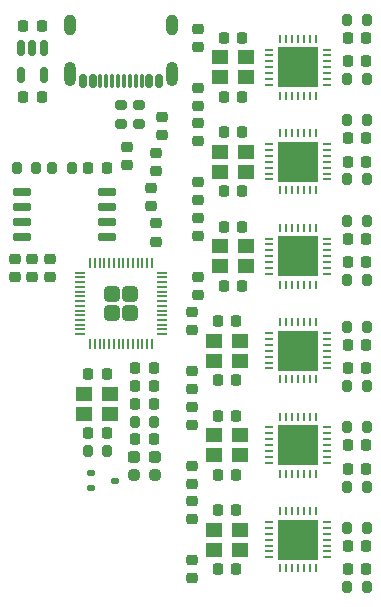
<source format=gbr>
%TF.GenerationSoftware,KiCad,Pcbnew,8.0.8*%
%TF.CreationDate,2025-01-26T16:03:16-05:00*%
%TF.ProjectId,CAN Board,43414e20-426f-4617-9264-2e6b69636164,rev?*%
%TF.SameCoordinates,Original*%
%TF.FileFunction,Paste,Top*%
%TF.FilePolarity,Positive*%
%FSLAX46Y46*%
G04 Gerber Fmt 4.6, Leading zero omitted, Abs format (unit mm)*
G04 Created by KiCad (PCBNEW 8.0.8) date 2025-01-26 16:03:16*
%MOMM*%
%LPD*%
G01*
G04 APERTURE LIST*
G04 Aperture macros list*
%AMRoundRect*
0 Rectangle with rounded corners*
0 $1 Rounding radius*
0 $2 $3 $4 $5 $6 $7 $8 $9 X,Y pos of 4 corners*
0 Add a 4 corners polygon primitive as box body*
4,1,4,$2,$3,$4,$5,$6,$7,$8,$9,$2,$3,0*
0 Add four circle primitives for the rounded corners*
1,1,$1+$1,$2,$3*
1,1,$1+$1,$4,$5*
1,1,$1+$1,$6,$7*
1,1,$1+$1,$8,$9*
0 Add four rect primitives between the rounded corners*
20,1,$1+$1,$2,$3,$4,$5,0*
20,1,$1+$1,$4,$5,$6,$7,0*
20,1,$1+$1,$6,$7,$8,$9,0*
20,1,$1+$1,$8,$9,$2,$3,0*%
G04 Aperture macros list end*
%ADD10C,0.000000*%
%ADD11RoundRect,0.112500X-0.237500X0.112500X-0.237500X-0.112500X0.237500X-0.112500X0.237500X0.112500X0*%
%ADD12RoundRect,0.225000X0.250000X-0.225000X0.250000X0.225000X-0.250000X0.225000X-0.250000X-0.225000X0*%
%ADD13R,1.400000X1.200000*%
%ADD14RoundRect,0.225000X0.225000X0.250000X-0.225000X0.250000X-0.225000X-0.250000X0.225000X-0.250000X0*%
%ADD15RoundRect,0.200000X0.200000X0.275000X-0.200000X0.275000X-0.200000X-0.275000X0.200000X-0.275000X0*%
%ADD16RoundRect,0.150000X0.150000X0.425000X-0.150000X0.425000X-0.150000X-0.425000X0.150000X-0.425000X0*%
%ADD17RoundRect,0.075000X0.075000X0.500000X-0.075000X0.500000X-0.075000X-0.500000X0.075000X-0.500000X0*%
%ADD18O,1.000000X2.100000*%
%ADD19O,1.000000X1.800000*%
%ADD20RoundRect,0.225000X-0.250000X0.225000X-0.250000X-0.225000X0.250000X-0.225000X0.250000X0.225000X0*%
%ADD21R,0.762000X0.254000*%
%ADD22R,0.254000X0.762000*%
%ADD23R,3.352800X3.352800*%
%ADD24RoundRect,0.200000X-0.200000X-0.275000X0.200000X-0.275000X0.200000X0.275000X-0.200000X0.275000X0*%
%ADD25RoundRect,0.225000X-0.225000X-0.250000X0.225000X-0.250000X0.225000X0.250000X-0.225000X0.250000X0*%
%ADD26RoundRect,0.200000X-0.275000X0.200000X-0.275000X-0.200000X0.275000X-0.200000X0.275000X0.200000X0*%
%ADD27RoundRect,0.150000X-0.650000X-0.150000X0.650000X-0.150000X0.650000X0.150000X-0.650000X0.150000X0*%
%ADD28RoundRect,0.150000X-0.150000X0.512500X-0.150000X-0.512500X0.150000X-0.512500X0.150000X0.512500X0*%
%ADD29RoundRect,0.237500X0.287500X0.237500X-0.287500X0.237500X-0.287500X-0.237500X0.287500X-0.237500X0*%
%ADD30RoundRect,0.249999X-0.395001X-0.395001X0.395001X-0.395001X0.395001X0.395001X-0.395001X0.395001X0*%
%ADD31RoundRect,0.050000X-0.387500X-0.050000X0.387500X-0.050000X0.387500X0.050000X-0.387500X0.050000X0*%
%ADD32RoundRect,0.050000X-0.050000X-0.387500X0.050000X-0.387500X0.050000X0.387500X-0.050000X0.387500X0*%
%ADD33RoundRect,0.237500X0.250000X0.237500X-0.250000X0.237500X-0.250000X-0.237500X0.250000X-0.237500X0*%
G04 APERTURE END LIST*
D10*
%TO.C,U8*%
G36*
X51900000Y-48900000D02*
G01*
X50423600Y-48900000D01*
X50423600Y-47423600D01*
X51900000Y-47423600D01*
X51900000Y-48900000D01*
G37*
G36*
X51900000Y-50576400D02*
G01*
X50423600Y-50576400D01*
X50423600Y-49100000D01*
X51900000Y-49100000D01*
X51900000Y-50576400D01*
G37*
G36*
X53576400Y-48900000D02*
G01*
X52100000Y-48900000D01*
X52100000Y-47423600D01*
X53576400Y-47423600D01*
X53576400Y-48900000D01*
G37*
G36*
X53576400Y-50576400D02*
G01*
X52100000Y-50576400D01*
X52100000Y-49100000D01*
X53576400Y-49100000D01*
X53576400Y-50576400D01*
G37*
%TO.C,U4*%
G36*
X51900000Y-16900000D02*
G01*
X50423600Y-16900000D01*
X50423600Y-15423600D01*
X51900000Y-15423600D01*
X51900000Y-16900000D01*
G37*
G36*
X51900000Y-18576400D02*
G01*
X50423600Y-18576400D01*
X50423600Y-17100000D01*
X51900000Y-17100000D01*
X51900000Y-18576400D01*
G37*
G36*
X53576400Y-16900000D02*
G01*
X52100000Y-16900000D01*
X52100000Y-15423600D01*
X53576400Y-15423600D01*
X53576400Y-16900000D01*
G37*
G36*
X53576400Y-18576400D02*
G01*
X52100000Y-18576400D01*
X52100000Y-17100000D01*
X53576400Y-17100000D01*
X53576400Y-18576400D01*
G37*
%TO.C,U9*%
G36*
X51900000Y-56900000D02*
G01*
X50423600Y-56900000D01*
X50423600Y-55423600D01*
X51900000Y-55423600D01*
X51900000Y-56900000D01*
G37*
G36*
X51900000Y-58576400D02*
G01*
X50423600Y-58576400D01*
X50423600Y-57100000D01*
X51900000Y-57100000D01*
X51900000Y-58576400D01*
G37*
G36*
X53576400Y-56900000D02*
G01*
X52100000Y-56900000D01*
X52100000Y-55423600D01*
X53576400Y-55423600D01*
X53576400Y-56900000D01*
G37*
G36*
X53576400Y-58576400D02*
G01*
X52100000Y-58576400D01*
X52100000Y-57100000D01*
X53576400Y-57100000D01*
X53576400Y-58576400D01*
G37*
%TO.C,U7*%
G36*
X51900000Y-40900000D02*
G01*
X50423600Y-40900000D01*
X50423600Y-39423600D01*
X51900000Y-39423600D01*
X51900000Y-40900000D01*
G37*
G36*
X51900000Y-42576400D02*
G01*
X50423600Y-42576400D01*
X50423600Y-41100000D01*
X51900000Y-41100000D01*
X51900000Y-42576400D01*
G37*
G36*
X53576400Y-40900000D02*
G01*
X52100000Y-40900000D01*
X52100000Y-39423600D01*
X53576400Y-39423600D01*
X53576400Y-40900000D01*
G37*
G36*
X53576400Y-42576400D02*
G01*
X52100000Y-42576400D01*
X52100000Y-41100000D01*
X53576400Y-41100000D01*
X53576400Y-42576400D01*
G37*
%TO.C,U6*%
G36*
X51900000Y-32900000D02*
G01*
X50423600Y-32900000D01*
X50423600Y-31423600D01*
X51900000Y-31423600D01*
X51900000Y-32900000D01*
G37*
G36*
X51900000Y-34576400D02*
G01*
X50423600Y-34576400D01*
X50423600Y-33100000D01*
X51900000Y-33100000D01*
X51900000Y-34576400D01*
G37*
G36*
X53576400Y-32900000D02*
G01*
X52100000Y-32900000D01*
X52100000Y-31423600D01*
X53576400Y-31423600D01*
X53576400Y-32900000D01*
G37*
G36*
X53576400Y-34576400D02*
G01*
X52100000Y-34576400D01*
X52100000Y-33100000D01*
X53576400Y-33100000D01*
X53576400Y-34576400D01*
G37*
%TO.C,U5*%
G36*
X51900000Y-24900000D02*
G01*
X50423600Y-24900000D01*
X50423600Y-23423600D01*
X51900000Y-23423600D01*
X51900000Y-24900000D01*
G37*
G36*
X51900000Y-26576400D02*
G01*
X50423600Y-26576400D01*
X50423600Y-25100000D01*
X51900000Y-25100000D01*
X51900000Y-26576400D01*
G37*
G36*
X53576400Y-24900000D02*
G01*
X52100000Y-24900000D01*
X52100000Y-23423600D01*
X53576400Y-23423600D01*
X53576400Y-24900000D01*
G37*
G36*
X53576400Y-26576400D02*
G01*
X52100000Y-26576400D01*
X52100000Y-25100000D01*
X53576400Y-25100000D01*
X53576400Y-26576400D01*
G37*
%TD*%
D11*
%TO.C,Q1*%
X34500000Y-51350000D03*
X34500000Y-52650000D03*
X36500000Y-52000000D03*
%TD*%
D12*
%TO.C,C48*%
X43000000Y-52275000D03*
X43000000Y-50725000D03*
%TD*%
D13*
%TO.C,Y7*%
X44900000Y-57850000D03*
X47100000Y-57850000D03*
X47100000Y-56150000D03*
X44900000Y-56150000D03*
%TD*%
D14*
%TO.C,C54*%
X46775000Y-54500000D03*
X45225000Y-54500000D03*
%TD*%
D15*
%TO.C,R2*%
X35825000Y-49500000D03*
X34175000Y-49500000D03*
%TD*%
D12*
%TO.C,C34*%
X43500000Y-36275000D03*
X43500000Y-34725000D03*
%TD*%
D16*
%TO.C,J3*%
X40200000Y-18180000D03*
X39400000Y-18180000D03*
D17*
X38250000Y-18180000D03*
X37250000Y-18180000D03*
X36750000Y-18180000D03*
X35750000Y-18180000D03*
D16*
X34600000Y-18180000D03*
X33800000Y-18180000D03*
X33800000Y-18180000D03*
X34600000Y-18180000D03*
D17*
X35250000Y-18180000D03*
X36250000Y-18180000D03*
X37750000Y-18180000D03*
X38750000Y-18180000D03*
D16*
X39400000Y-18180000D03*
X40200000Y-18180000D03*
D18*
X41320000Y-17605000D03*
D19*
X41320000Y-13425000D03*
D18*
X32680000Y-17605000D03*
D19*
X32680000Y-13425000D03*
%TD*%
D20*
%TO.C,C56*%
X43000000Y-53725000D03*
X43000000Y-55275000D03*
%TD*%
D13*
%TO.C,Y1*%
X33900000Y-46350000D03*
X36100000Y-46350000D03*
X36100000Y-44650000D03*
X33900000Y-44650000D03*
%TD*%
D21*
%TO.C,U8*%
X49574300Y-47500000D03*
X49574300Y-47999999D03*
X49574300Y-48500001D03*
X49574300Y-49000000D03*
X49574300Y-49499999D03*
X49574300Y-50000001D03*
X49574300Y-50500000D03*
D22*
X50500000Y-51425700D03*
X50999999Y-51425700D03*
X51500001Y-51425700D03*
X52000000Y-51425700D03*
X52499999Y-51425700D03*
X53000001Y-51425700D03*
X53500000Y-51425700D03*
D21*
X54425700Y-50500000D03*
X54425700Y-50000001D03*
X54425700Y-49499999D03*
X54425700Y-49000000D03*
X54425700Y-48500001D03*
X54425700Y-47999999D03*
X54425700Y-47500000D03*
D22*
X53500000Y-46574300D03*
X53000001Y-46574300D03*
X52499999Y-46574300D03*
X52000000Y-46574300D03*
X51500001Y-46574300D03*
X50999999Y-46574300D03*
X50500000Y-46574300D03*
D23*
X52000000Y-49000000D03*
%TD*%
D24*
%TO.C,R12*%
X56175000Y-30000000D03*
X57825000Y-30000000D03*
%TD*%
D12*
%TO.C,C11*%
X28000000Y-34775000D03*
X28000000Y-33225000D03*
%TD*%
D14*
%TO.C,C51*%
X57775000Y-49000000D03*
X56225000Y-49000000D03*
%TD*%
D12*
%TO.C,C41*%
X43000000Y-44275000D03*
X43000000Y-42725000D03*
%TD*%
%TO.C,C8*%
X37500000Y-25275000D03*
X37500000Y-23725000D03*
%TD*%
D25*
%TO.C,C9*%
X34225000Y-25500000D03*
X35775000Y-25500000D03*
%TD*%
D12*
%TO.C,C13*%
X31000000Y-34775000D03*
X31000000Y-33225000D03*
%TD*%
D26*
%TO.C,R4*%
X38500000Y-20175000D03*
X38500000Y-21825000D03*
%TD*%
D14*
%TO.C,C33*%
X47275000Y-30500000D03*
X45725000Y-30500000D03*
%TD*%
D25*
%TO.C,C25*%
X45725000Y-27500000D03*
X47275000Y-27500000D03*
%TD*%
D14*
%TO.C,C22*%
X57775000Y-16500000D03*
X56225000Y-16500000D03*
%TD*%
D25*
%TO.C,C53*%
X45225000Y-59500000D03*
X46775000Y-59500000D03*
%TD*%
D21*
%TO.C,U4*%
X49574300Y-15500000D03*
X49574300Y-15999999D03*
X49574300Y-16500001D03*
X49574300Y-17000000D03*
X49574300Y-17499999D03*
X49574300Y-18000001D03*
X49574300Y-18500000D03*
D22*
X50500000Y-19425700D03*
X50999999Y-19425700D03*
X51500001Y-19425700D03*
X52000000Y-19425700D03*
X52499999Y-19425700D03*
X53000001Y-19425700D03*
X53500000Y-19425700D03*
D21*
X54425700Y-18500000D03*
X54425700Y-18000001D03*
X54425700Y-17499999D03*
X54425700Y-17000000D03*
X54425700Y-16500001D03*
X54425700Y-15999999D03*
X54425700Y-15500000D03*
D22*
X53500000Y-14574300D03*
X53000001Y-14574300D03*
X52499999Y-14574300D03*
X52000000Y-14574300D03*
X51500001Y-14574300D03*
X50999999Y-14574300D03*
X50500000Y-14574300D03*
D23*
X52000000Y-17000000D03*
%TD*%
D25*
%TO.C,C32*%
X45725000Y-35500000D03*
X47275000Y-35500000D03*
%TD*%
D12*
%TO.C,C27*%
X43500000Y-28275000D03*
X43500000Y-26725000D03*
%TD*%
D13*
%TO.C,Y3*%
X45400000Y-25850000D03*
X47600000Y-25850000D03*
X47600000Y-24150000D03*
X45400000Y-24150000D03*
%TD*%
D14*
%TO.C,C36*%
X57775000Y-33500000D03*
X56225000Y-33500000D03*
%TD*%
%TO.C,C40*%
X46775000Y-38500000D03*
X45225000Y-38500000D03*
%TD*%
D24*
%TO.C,R15*%
X56175000Y-52500000D03*
X57825000Y-52500000D03*
%TD*%
D14*
%TO.C,C43*%
X57775000Y-42500000D03*
X56225000Y-42500000D03*
%TD*%
D21*
%TO.C,U9*%
X49574300Y-55500000D03*
X49574300Y-55999999D03*
X49574300Y-56500001D03*
X49574300Y-57000000D03*
X49574300Y-57499999D03*
X49574300Y-58000001D03*
X49574300Y-58500000D03*
D22*
X50500000Y-59425700D03*
X50999999Y-59425700D03*
X51500001Y-59425700D03*
X52000000Y-59425700D03*
X52499999Y-59425700D03*
X53000001Y-59425700D03*
X53500000Y-59425700D03*
D21*
X54425700Y-58500000D03*
X54425700Y-58000001D03*
X54425700Y-57499999D03*
X54425700Y-57000000D03*
X54425700Y-56500001D03*
X54425700Y-55999999D03*
X54425700Y-55500000D03*
D22*
X53500000Y-54574300D03*
X53000001Y-54574300D03*
X52499999Y-54574300D03*
X52000000Y-54574300D03*
X51500001Y-54574300D03*
X50999999Y-54574300D03*
X50500000Y-54574300D03*
D23*
X52000000Y-57000000D03*
%TD*%
D21*
%TO.C,U7*%
X49574300Y-39500000D03*
X49574300Y-39999999D03*
X49574300Y-40500001D03*
X49574300Y-41000000D03*
X49574300Y-41499999D03*
X49574300Y-42000001D03*
X49574300Y-42500000D03*
D22*
X50500000Y-43425700D03*
X50999999Y-43425700D03*
X51500001Y-43425700D03*
X52000000Y-43425700D03*
X52499999Y-43425700D03*
X53000001Y-43425700D03*
X53500000Y-43425700D03*
D21*
X54425700Y-42500000D03*
X54425700Y-42000001D03*
X54425700Y-41499999D03*
X54425700Y-41000000D03*
X54425700Y-40500001D03*
X54425700Y-39999999D03*
X54425700Y-39500000D03*
D22*
X53500000Y-38574300D03*
X53000001Y-38574300D03*
X52499999Y-38574300D03*
X52000000Y-38574300D03*
X51500001Y-38574300D03*
X50999999Y-38574300D03*
X50500000Y-38574300D03*
D23*
X52000000Y-41000000D03*
%TD*%
D24*
%TO.C,R18*%
X56175000Y-56000000D03*
X57825000Y-56000000D03*
%TD*%
D12*
%TO.C,C12*%
X29500000Y-34775000D03*
X29500000Y-33225000D03*
%TD*%
D24*
%TO.C,R9*%
X56175000Y-26500000D03*
X57825000Y-26500000D03*
%TD*%
D12*
%TO.C,C7*%
X40000000Y-31775000D03*
X40000000Y-30225000D03*
%TD*%
D27*
%TO.C,U2*%
X28650000Y-27595000D03*
X28650000Y-28865000D03*
X28650000Y-30135000D03*
X28650000Y-31405000D03*
X35850000Y-31405000D03*
X35850000Y-30135000D03*
X35850000Y-28865000D03*
X35850000Y-27595000D03*
%TD*%
D24*
%TO.C,R7*%
X56175000Y-18000000D03*
X57825000Y-18000000D03*
%TD*%
D25*
%TO.C,C18*%
X45725000Y-19500000D03*
X47275000Y-19500000D03*
%TD*%
D13*
%TO.C,Y5*%
X44900000Y-41850000D03*
X47100000Y-41850000D03*
X47100000Y-40150000D03*
X44900000Y-40150000D03*
%TD*%
D14*
%TO.C,C50*%
X57775000Y-51000000D03*
X56225000Y-51000000D03*
%TD*%
D15*
%TO.C,R6*%
X32825000Y-25500000D03*
X31175000Y-25500000D03*
%TD*%
D20*
%TO.C,C15*%
X40000000Y-24225000D03*
X40000000Y-25775000D03*
%TD*%
D13*
%TO.C,Y4*%
X45400000Y-33850000D03*
X47600000Y-33850000D03*
X47600000Y-32150000D03*
X45400000Y-32150000D03*
%TD*%
D20*
%TO.C,C42*%
X43000000Y-37725000D03*
X43000000Y-39275000D03*
%TD*%
D21*
%TO.C,U6*%
X49574300Y-31500000D03*
X49574300Y-31999999D03*
X49574300Y-32500001D03*
X49574300Y-33000000D03*
X49574300Y-33499999D03*
X49574300Y-34000001D03*
X49574300Y-34500000D03*
D22*
X50500000Y-35425700D03*
X50999999Y-35425700D03*
X51500001Y-35425700D03*
X52000000Y-35425700D03*
X52499999Y-35425700D03*
X53000001Y-35425700D03*
X53500000Y-35425700D03*
D21*
X54425700Y-34500000D03*
X54425700Y-34000001D03*
X54425700Y-33499999D03*
X54425700Y-33000000D03*
X54425700Y-32500001D03*
X54425700Y-31999999D03*
X54425700Y-31500000D03*
D22*
X53500000Y-30574300D03*
X53000001Y-30574300D03*
X52499999Y-30574300D03*
X52000000Y-30574300D03*
X51500001Y-30574300D03*
X50999999Y-30574300D03*
X50500000Y-30574300D03*
D23*
X52000000Y-33000000D03*
%TD*%
D14*
%TO.C,C19*%
X47275000Y-14500000D03*
X45725000Y-14500000D03*
%TD*%
%TO.C,C30*%
X57775000Y-23000000D03*
X56225000Y-23000000D03*
%TD*%
%TO.C,C17*%
X30275000Y-19500000D03*
X28725000Y-19500000D03*
%TD*%
%TO.C,C23*%
X57775000Y-14500000D03*
X56225000Y-14500000D03*
%TD*%
D20*
%TO.C,C35*%
X43500000Y-29725000D03*
X43500000Y-31275000D03*
%TD*%
D25*
%TO.C,C3*%
X38225000Y-48500000D03*
X39775000Y-48500000D03*
%TD*%
D14*
%TO.C,C26*%
X47275000Y-22500000D03*
X45725000Y-22500000D03*
%TD*%
D12*
%TO.C,C20*%
X43500000Y-20275000D03*
X43500000Y-18725000D03*
%TD*%
D28*
%TO.C,U3*%
X30450000Y-15362500D03*
X29500000Y-15362500D03*
X28550000Y-15362500D03*
X28550000Y-17637500D03*
X30450000Y-17637500D03*
%TD*%
D14*
%TO.C,C57*%
X57775000Y-59500000D03*
X56225000Y-59500000D03*
%TD*%
D25*
%TO.C,C39*%
X45225000Y-43500000D03*
X46775000Y-43500000D03*
%TD*%
D24*
%TO.C,R1*%
X38175000Y-47000000D03*
X39825000Y-47000000D03*
%TD*%
D29*
%TO.C,D1*%
X39875000Y-50000000D03*
X38125000Y-50000000D03*
%TD*%
D25*
%TO.C,C2*%
X34225000Y-48000000D03*
X35775000Y-48000000D03*
%TD*%
D30*
%TO.C,U1*%
X36200000Y-36200000D03*
X36200000Y-37800000D03*
X37800000Y-36200000D03*
X37800000Y-37800000D03*
D31*
X33562500Y-34400000D03*
X33562500Y-34800000D03*
X33562500Y-35200000D03*
X33562500Y-35600000D03*
X33562500Y-36000000D03*
X33562500Y-36400000D03*
X33562500Y-36800000D03*
X33562500Y-37200000D03*
X33562500Y-37600000D03*
X33562500Y-38000000D03*
X33562500Y-38400000D03*
X33562500Y-38800000D03*
X33562500Y-39200000D03*
X33562500Y-39600000D03*
D32*
X34400000Y-40437500D03*
X34800000Y-40437500D03*
X35200000Y-40437500D03*
X35600000Y-40437500D03*
X36000000Y-40437500D03*
X36400000Y-40437500D03*
X36800000Y-40437500D03*
X37200000Y-40437500D03*
X37600000Y-40437500D03*
X38000000Y-40437500D03*
X38400000Y-40437500D03*
X38800000Y-40437500D03*
X39200000Y-40437500D03*
X39600000Y-40437500D03*
D31*
X40437500Y-39600000D03*
X40437500Y-39200000D03*
X40437500Y-38800000D03*
X40437500Y-38400000D03*
X40437500Y-38000000D03*
X40437500Y-37600000D03*
X40437500Y-37200000D03*
X40437500Y-36800000D03*
X40437500Y-36400000D03*
X40437500Y-36000000D03*
X40437500Y-35600000D03*
X40437500Y-35200000D03*
X40437500Y-34800000D03*
X40437500Y-34400000D03*
D32*
X39600000Y-33562500D03*
X39200000Y-33562500D03*
X38800000Y-33562500D03*
X38400000Y-33562500D03*
X38000000Y-33562500D03*
X37600000Y-33562500D03*
X37200000Y-33562500D03*
X36800000Y-33562500D03*
X36400000Y-33562500D03*
X36000000Y-33562500D03*
X35600000Y-33562500D03*
X35200000Y-33562500D03*
X34800000Y-33562500D03*
X34400000Y-33562500D03*
%TD*%
D20*
%TO.C,C49*%
X43000000Y-45725000D03*
X43000000Y-47275000D03*
%TD*%
D24*
%TO.C,R16*%
X56175000Y-47500000D03*
X57825000Y-47500000D03*
%TD*%
%TO.C,R17*%
X56175000Y-61000000D03*
X57825000Y-61000000D03*
%TD*%
D26*
%TO.C,R3*%
X37000000Y-20175000D03*
X37000000Y-21825000D03*
%TD*%
D25*
%TO.C,C16*%
X28725000Y-13500000D03*
X30275000Y-13500000D03*
%TD*%
D13*
%TO.C,Y2*%
X45400000Y-17850000D03*
X47600000Y-17850000D03*
X47600000Y-16150000D03*
X45400000Y-16150000D03*
%TD*%
D33*
%TO.C,R19*%
X39912500Y-51500000D03*
X38087500Y-51500000D03*
%TD*%
D12*
%TO.C,C6*%
X39500000Y-28775000D03*
X39500000Y-27225000D03*
%TD*%
D14*
%TO.C,C47*%
X46775000Y-46500000D03*
X45225000Y-46500000D03*
%TD*%
D15*
%TO.C,R5*%
X29825000Y-25500000D03*
X28175000Y-25500000D03*
%TD*%
D24*
%TO.C,R14*%
X56175000Y-39000000D03*
X57825000Y-39000000D03*
%TD*%
%TO.C,R11*%
X56175000Y-35000000D03*
X57825000Y-35000000D03*
%TD*%
D14*
%TO.C,C58*%
X57775000Y-57500000D03*
X56225000Y-57500000D03*
%TD*%
%TO.C,C1*%
X35775000Y-43000000D03*
X34225000Y-43000000D03*
%TD*%
D24*
%TO.C,R13*%
X56175000Y-44000000D03*
X57825000Y-44000000D03*
%TD*%
D14*
%TO.C,C44*%
X57775000Y-40500000D03*
X56225000Y-40500000D03*
%TD*%
D24*
%TO.C,R8*%
X56175000Y-13000000D03*
X57825000Y-13000000D03*
%TD*%
D25*
%TO.C,C46*%
X45225000Y-51500000D03*
X46775000Y-51500000D03*
%TD*%
D20*
%TO.C,C28*%
X43500000Y-21725000D03*
X43500000Y-23275000D03*
%TD*%
D25*
%TO.C,C4*%
X38225000Y-44000000D03*
X39775000Y-44000000D03*
%TD*%
%TO.C,C14*%
X38225000Y-45500000D03*
X39775000Y-45500000D03*
%TD*%
%TO.C,C5*%
X38225000Y-42500000D03*
X39775000Y-42500000D03*
%TD*%
D12*
%TO.C,C10*%
X40500000Y-22775000D03*
X40500000Y-21225000D03*
%TD*%
%TO.C,C55*%
X43000000Y-60275000D03*
X43000000Y-58725000D03*
%TD*%
D13*
%TO.C,Y6*%
X44900000Y-49850000D03*
X47100000Y-49850000D03*
X47100000Y-48150000D03*
X44900000Y-48150000D03*
%TD*%
D24*
%TO.C,R10*%
X56175000Y-21500000D03*
X57825000Y-21500000D03*
%TD*%
D14*
%TO.C,C29*%
X57775000Y-25000000D03*
X56225000Y-25000000D03*
%TD*%
%TO.C,C37*%
X57775000Y-31500000D03*
X56225000Y-31500000D03*
%TD*%
D20*
%TO.C,C21*%
X43500000Y-13725000D03*
X43500000Y-15275000D03*
%TD*%
D21*
%TO.C,U5*%
X49574300Y-23500000D03*
X49574300Y-23999999D03*
X49574300Y-24500001D03*
X49574300Y-25000000D03*
X49574300Y-25499999D03*
X49574300Y-26000001D03*
X49574300Y-26500000D03*
D22*
X50500000Y-27425700D03*
X50999999Y-27425700D03*
X51500001Y-27425700D03*
X52000000Y-27425700D03*
X52499999Y-27425700D03*
X53000001Y-27425700D03*
X53500000Y-27425700D03*
D21*
X54425700Y-26500000D03*
X54425700Y-26000001D03*
X54425700Y-25499999D03*
X54425700Y-25000000D03*
X54425700Y-24500001D03*
X54425700Y-23999999D03*
X54425700Y-23500000D03*
D22*
X53500000Y-22574300D03*
X53000001Y-22574300D03*
X52499999Y-22574300D03*
X52000000Y-22574300D03*
X51500001Y-22574300D03*
X50999999Y-22574300D03*
X50500000Y-22574300D03*
D23*
X52000000Y-25000000D03*
%TD*%
M02*

</source>
